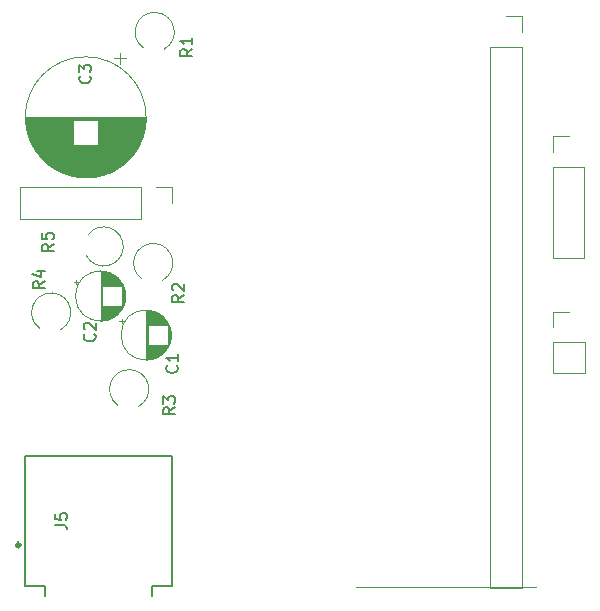
<source format=gbr>
%TF.GenerationSoftware,KiCad,Pcbnew,(6.0.5)*%
%TF.CreationDate,2022-05-27T17:05:52+02:00*%
%TF.ProjectId,ESP32Webradio_3,45535033-3257-4656-9272-6164696f5f33,rev?*%
%TF.SameCoordinates,Original*%
%TF.FileFunction,Legend,Top*%
%TF.FilePolarity,Positive*%
%FSLAX46Y46*%
G04 Gerber Fmt 4.6, Leading zero omitted, Abs format (unit mm)*
G04 Created by KiCad (PCBNEW (6.0.5)) date 2022-05-27 17:05:52*
%MOMM*%
%LPD*%
G01*
G04 APERTURE LIST*
%ADD10C,0.150000*%
%ADD11C,0.120000*%
%ADD12C,0.127000*%
%ADD13C,0.340000*%
G04 APERTURE END LIST*
D10*
%TO.C,R5*%
X89352380Y-86653666D02*
X88876190Y-86987000D01*
X89352380Y-87225095D02*
X88352380Y-87225095D01*
X88352380Y-86844142D01*
X88400000Y-86748904D01*
X88447619Y-86701285D01*
X88542857Y-86653666D01*
X88685714Y-86653666D01*
X88780952Y-86701285D01*
X88828571Y-86748904D01*
X88876190Y-86844142D01*
X88876190Y-87225095D01*
X88352380Y-85748904D02*
X88352380Y-86225095D01*
X88828571Y-86272714D01*
X88780952Y-86225095D01*
X88733333Y-86129857D01*
X88733333Y-85891761D01*
X88780952Y-85796523D01*
X88828571Y-85748904D01*
X88923809Y-85701285D01*
X89161904Y-85701285D01*
X89257142Y-85748904D01*
X89304761Y-85796523D01*
X89352380Y-85891761D01*
X89352380Y-86129857D01*
X89304761Y-86225095D01*
X89257142Y-86272714D01*
%TO.C,R2*%
X100401380Y-90971666D02*
X99925190Y-91305000D01*
X100401380Y-91543095D02*
X99401380Y-91543095D01*
X99401380Y-91162142D01*
X99449000Y-91066904D01*
X99496619Y-91019285D01*
X99591857Y-90971666D01*
X99734714Y-90971666D01*
X99829952Y-91019285D01*
X99877571Y-91066904D01*
X99925190Y-91162142D01*
X99925190Y-91543095D01*
X99496619Y-90590714D02*
X99449000Y-90543095D01*
X99401380Y-90447857D01*
X99401380Y-90209761D01*
X99449000Y-90114523D01*
X99496619Y-90066904D01*
X99591857Y-90019285D01*
X99687095Y-90019285D01*
X99829952Y-90066904D01*
X100401380Y-90638333D01*
X100401380Y-90019285D01*
%TO.C,R3*%
X99639380Y-100496666D02*
X99163190Y-100830000D01*
X99639380Y-101068095D02*
X98639380Y-101068095D01*
X98639380Y-100687142D01*
X98687000Y-100591904D01*
X98734619Y-100544285D01*
X98829857Y-100496666D01*
X98972714Y-100496666D01*
X99067952Y-100544285D01*
X99115571Y-100591904D01*
X99163190Y-100687142D01*
X99163190Y-101068095D01*
X98639380Y-100163333D02*
X98639380Y-99544285D01*
X99020333Y-99877619D01*
X99020333Y-99734761D01*
X99067952Y-99639523D01*
X99115571Y-99591904D01*
X99210809Y-99544285D01*
X99448904Y-99544285D01*
X99544142Y-99591904D01*
X99591761Y-99639523D01*
X99639380Y-99734761D01*
X99639380Y-100020476D01*
X99591761Y-100115714D01*
X99544142Y-100163333D01*
%TO.C,R1*%
X101089380Y-70143666D02*
X100613190Y-70477000D01*
X101089380Y-70715095D02*
X100089380Y-70715095D01*
X100089380Y-70334142D01*
X100137000Y-70238904D01*
X100184619Y-70191285D01*
X100279857Y-70143666D01*
X100422714Y-70143666D01*
X100517952Y-70191285D01*
X100565571Y-70238904D01*
X100613190Y-70334142D01*
X100613190Y-70715095D01*
X101089380Y-69191285D02*
X101089380Y-69762714D01*
X101089380Y-69477000D02*
X100089380Y-69477000D01*
X100232238Y-69572238D01*
X100327476Y-69667476D01*
X100375095Y-69762714D01*
%TO.C,C2*%
X92813142Y-94273666D02*
X92860761Y-94321285D01*
X92908380Y-94464142D01*
X92908380Y-94559380D01*
X92860761Y-94702238D01*
X92765523Y-94797476D01*
X92670285Y-94845095D01*
X92479809Y-94892714D01*
X92336952Y-94892714D01*
X92146476Y-94845095D01*
X92051238Y-94797476D01*
X91956000Y-94702238D01*
X91908380Y-94559380D01*
X91908380Y-94464142D01*
X91956000Y-94321285D01*
X92003619Y-94273666D01*
X92003619Y-93892714D02*
X91956000Y-93845095D01*
X91908380Y-93749857D01*
X91908380Y-93511761D01*
X91956000Y-93416523D01*
X92003619Y-93368904D01*
X92098857Y-93321285D01*
X92194095Y-93321285D01*
X92336952Y-93368904D01*
X92908380Y-93940333D01*
X92908380Y-93321285D01*
%TO.C,C1*%
X99798142Y-96940666D02*
X99845761Y-96988285D01*
X99893380Y-97131142D01*
X99893380Y-97226380D01*
X99845761Y-97369238D01*
X99750523Y-97464476D01*
X99655285Y-97512095D01*
X99464809Y-97559714D01*
X99321952Y-97559714D01*
X99131476Y-97512095D01*
X99036238Y-97464476D01*
X98941000Y-97369238D01*
X98893380Y-97226380D01*
X98893380Y-97131142D01*
X98941000Y-96988285D01*
X98988619Y-96940666D01*
X99893380Y-95988285D02*
X99893380Y-96559714D01*
X99893380Y-96274000D02*
X98893380Y-96274000D01*
X99036238Y-96369238D01*
X99131476Y-96464476D01*
X99179095Y-96559714D01*
%TO.C,C3*%
X92432142Y-72429666D02*
X92479761Y-72477285D01*
X92527380Y-72620142D01*
X92527380Y-72715380D01*
X92479761Y-72858238D01*
X92384523Y-72953476D01*
X92289285Y-73001095D01*
X92098809Y-73048714D01*
X91955952Y-73048714D01*
X91765476Y-73001095D01*
X91670238Y-72953476D01*
X91575000Y-72858238D01*
X91527380Y-72715380D01*
X91527380Y-72620142D01*
X91575000Y-72477285D01*
X91622619Y-72429666D01*
X91527380Y-72096333D02*
X91527380Y-71477285D01*
X91908333Y-71810619D01*
X91908333Y-71667761D01*
X91955952Y-71572523D01*
X92003571Y-71524904D01*
X92098809Y-71477285D01*
X92336904Y-71477285D01*
X92432142Y-71524904D01*
X92479761Y-71572523D01*
X92527380Y-71667761D01*
X92527380Y-71953476D01*
X92479761Y-72048714D01*
X92432142Y-72096333D01*
%TO.C,R4*%
X88590380Y-89828666D02*
X88114190Y-90162000D01*
X88590380Y-90400095D02*
X87590380Y-90400095D01*
X87590380Y-90019142D01*
X87638000Y-89923904D01*
X87685619Y-89876285D01*
X87780857Y-89828666D01*
X87923714Y-89828666D01*
X88018952Y-89876285D01*
X88066571Y-89923904D01*
X88114190Y-90019142D01*
X88114190Y-90400095D01*
X87923714Y-88971523D02*
X88590380Y-88971523D01*
X87542761Y-89209619D02*
X88257047Y-89447714D01*
X88257047Y-88828666D01*
%TO.C,J5*%
X89495171Y-110442466D02*
X90209744Y-110442466D01*
X90352659Y-110490104D01*
X90447935Y-110585380D01*
X90495573Y-110728295D01*
X90495573Y-110823571D01*
X89495171Y-109489702D02*
X89495171Y-109966084D01*
X89971553Y-110013722D01*
X89923915Y-109966084D01*
X89876277Y-109870808D01*
X89876277Y-109632617D01*
X89923915Y-109537340D01*
X89971553Y-109489702D01*
X90066830Y-109442064D01*
X90305021Y-109442064D01*
X90400297Y-109489702D01*
X90447935Y-109537340D01*
X90495573Y-109632617D01*
X90495573Y-109870808D01*
X90447935Y-109966084D01*
X90400297Y-110013722D01*
D11*
%TO.C,J1*%
X131669988Y-97596000D02*
X134329988Y-97596000D01*
X131669988Y-92396000D02*
X132999988Y-92396000D01*
X131669988Y-93726000D02*
X131669988Y-92396000D01*
X134329988Y-94996000D02*
X134329988Y-97596000D01*
X131669988Y-94996000D02*
X134329988Y-94996000D01*
X131669988Y-94996000D02*
X131669988Y-97596000D01*
%TO.C,R5*%
X92145728Y-87668000D02*
G75*
G03*
X92254225Y-85896620I1453272J800000D01*
G01*
%TO.C,R2*%
X98590000Y-89718272D02*
G75*
G03*
X96818620Y-89609775I-800000J1453272D01*
G01*
%TO.C,U1*%
X126326006Y-69961506D02*
X128986006Y-69961506D01*
X127656006Y-67361506D02*
X128986006Y-67361506D01*
X128986006Y-67361506D02*
X128986006Y-68691506D01*
X130196006Y-115681506D02*
X114956006Y-115681506D01*
X126326006Y-69961506D02*
X126326006Y-115741506D01*
X126326006Y-115741506D02*
X128986006Y-115741506D01*
X128986006Y-69961506D02*
X128986006Y-115741506D01*
%TO.C,R3*%
X96558000Y-100405272D02*
G75*
G03*
X94786620Y-100296775I-800000J1453272D01*
G01*
%TO.C,R1*%
X98717000Y-70160272D02*
G75*
G03*
X96945620Y-70051775I-800000J1453272D01*
G01*
%TO.C,C2*%
X94330000Y-91899000D02*
X94330000Y-92889000D01*
X94210000Y-91899000D02*
X94210000Y-92948000D01*
X94850000Y-89621000D02*
X94850000Y-90219000D01*
X93329000Y-88979000D02*
X93329000Y-93139000D01*
X94970000Y-89755000D02*
X94970000Y-90219000D01*
X94330000Y-89229000D02*
X94330000Y-90219000D01*
X95090000Y-89917000D02*
X95090000Y-90219000D01*
X93809000Y-89034000D02*
X93809000Y-90219000D01*
X94810000Y-91899000D02*
X94810000Y-92537000D01*
X93689000Y-89009000D02*
X93689000Y-90219000D01*
X94370000Y-91899000D02*
X94370000Y-92867000D01*
X94009000Y-91899000D02*
X94009000Y-93027000D01*
X94930000Y-89708000D02*
X94930000Y-90219000D01*
X91059199Y-89864000D02*
X91459199Y-89864000D01*
X95090000Y-91899000D02*
X95090000Y-92201000D01*
X93729000Y-91899000D02*
X93729000Y-93101000D01*
X93849000Y-89043000D02*
X93849000Y-90219000D01*
X94050000Y-89105000D02*
X94050000Y-90219000D01*
X94170000Y-91899000D02*
X94170000Y-92966000D01*
X94530000Y-89351000D02*
X94530000Y-90219000D01*
X93809000Y-91899000D02*
X93809000Y-93084000D01*
X93649000Y-91899000D02*
X93649000Y-93115000D01*
X95050000Y-89859000D02*
X95050000Y-90219000D01*
X95130000Y-89979000D02*
X95130000Y-90219000D01*
X93969000Y-89077000D02*
X93969000Y-90219000D01*
X94810000Y-89581000D02*
X94810000Y-90219000D01*
X93729000Y-89017000D02*
X93729000Y-90219000D01*
X93969000Y-91899000D02*
X93969000Y-93041000D01*
X94530000Y-91899000D02*
X94530000Y-92767000D01*
X93689000Y-91899000D02*
X93689000Y-93109000D01*
X91259199Y-89664000D02*
X91259199Y-90064000D01*
X93569000Y-88992000D02*
X93569000Y-90219000D01*
X94210000Y-89170000D02*
X94210000Y-90219000D01*
X94009000Y-89091000D02*
X94009000Y-90219000D01*
X94290000Y-91899000D02*
X94290000Y-92910000D01*
X93889000Y-91899000D02*
X93889000Y-93064000D01*
X93529000Y-88988000D02*
X93529000Y-90219000D01*
X95370000Y-90522000D02*
X95370000Y-91596000D01*
X95330000Y-90395000D02*
X95330000Y-91723000D01*
X93609000Y-88997000D02*
X93609000Y-90219000D01*
X94090000Y-91899000D02*
X94090000Y-92999000D01*
X94850000Y-91899000D02*
X94850000Y-92497000D01*
X93929000Y-91899000D02*
X93929000Y-93053000D01*
X94250000Y-89189000D02*
X94250000Y-90219000D01*
X95410000Y-90689000D02*
X95410000Y-91429000D01*
X94370000Y-89251000D02*
X94370000Y-90219000D01*
X94250000Y-91899000D02*
X94250000Y-92929000D01*
X93929000Y-89065000D02*
X93929000Y-90219000D01*
X94970000Y-91899000D02*
X94970000Y-92363000D01*
X93609000Y-91899000D02*
X93609000Y-93121000D01*
X93849000Y-91899000D02*
X93849000Y-93075000D01*
X93449000Y-88982000D02*
X93449000Y-93136000D01*
X93769000Y-89025000D02*
X93769000Y-90219000D01*
X93409000Y-88980000D02*
X93409000Y-93138000D01*
X93889000Y-89054000D02*
X93889000Y-90219000D01*
X94650000Y-89440000D02*
X94650000Y-90219000D01*
X94130000Y-89135000D02*
X94130000Y-90219000D01*
X94410000Y-89274000D02*
X94410000Y-90219000D01*
X93489000Y-88985000D02*
X93489000Y-93133000D01*
X94690000Y-89472000D02*
X94690000Y-90219000D01*
X94570000Y-89379000D02*
X94570000Y-90219000D01*
X94610000Y-89409000D02*
X94610000Y-90219000D01*
X95010000Y-91899000D02*
X95010000Y-92313000D01*
X94650000Y-91899000D02*
X94650000Y-92678000D01*
X95290000Y-90291000D02*
X95290000Y-91827000D01*
X93529000Y-91899000D02*
X93529000Y-93130000D01*
X94770000Y-91899000D02*
X94770000Y-92575000D01*
X94570000Y-91899000D02*
X94570000Y-92739000D01*
X94610000Y-91899000D02*
X94610000Y-92709000D01*
X94490000Y-91899000D02*
X94490000Y-92794000D01*
X94170000Y-89152000D02*
X94170000Y-90219000D01*
X94890000Y-89663000D02*
X94890000Y-90219000D01*
X94090000Y-89119000D02*
X94090000Y-90219000D01*
X95050000Y-91899000D02*
X95050000Y-92259000D01*
X94290000Y-89208000D02*
X94290000Y-90219000D01*
X94450000Y-91899000D02*
X94450000Y-92819000D01*
X95210000Y-90119000D02*
X95210000Y-91999000D01*
X94730000Y-91899000D02*
X94730000Y-92611000D01*
X95170000Y-90046000D02*
X95170000Y-92072000D01*
X94770000Y-89543000D02*
X94770000Y-90219000D01*
X94410000Y-91899000D02*
X94410000Y-92844000D01*
X94490000Y-89324000D02*
X94490000Y-90219000D01*
X93769000Y-91899000D02*
X93769000Y-93093000D01*
X94450000Y-89299000D02*
X94450000Y-90219000D01*
X93569000Y-91899000D02*
X93569000Y-93126000D01*
X93369000Y-88979000D02*
X93369000Y-93139000D01*
X94130000Y-91899000D02*
X94130000Y-92983000D01*
X94890000Y-91899000D02*
X94890000Y-92455000D01*
X95130000Y-91899000D02*
X95130000Y-92139000D01*
X95250000Y-90200000D02*
X95250000Y-91918000D01*
X94690000Y-91899000D02*
X94690000Y-92646000D01*
X94050000Y-91899000D02*
X94050000Y-93013000D01*
X94730000Y-89507000D02*
X94730000Y-90219000D01*
X93649000Y-89003000D02*
X93649000Y-90219000D01*
X94930000Y-91899000D02*
X94930000Y-92410000D01*
X95010000Y-89805000D02*
X95010000Y-90219000D01*
X95449000Y-91059000D02*
G75*
G03*
X95449000Y-91059000I-2120000J0D01*
G01*
%TO.C,C1*%
X98183401Y-92531000D02*
X98183401Y-93521000D01*
X98943401Y-95201000D02*
X98943401Y-95503000D01*
X98063401Y-92472000D02*
X98063401Y-93521000D01*
X98903401Y-95201000D02*
X98903401Y-95561000D01*
X98023401Y-92454000D02*
X98023401Y-93521000D01*
X99143401Y-93593000D02*
X99143401Y-95129000D01*
X97622401Y-92327000D02*
X97622401Y-93521000D01*
X99103401Y-93502000D02*
X99103401Y-95220000D01*
X99223401Y-93824000D02*
X99223401Y-94898000D01*
X98863401Y-93107000D02*
X98863401Y-93521000D01*
X97342401Y-92287000D02*
X97342401Y-96435000D01*
X98263401Y-95201000D02*
X98263401Y-96146000D01*
X97662401Y-92336000D02*
X97662401Y-93521000D01*
X98983401Y-93281000D02*
X98983401Y-93521000D01*
X97222401Y-92281000D02*
X97222401Y-96441000D01*
X99263401Y-93991000D02*
X99263401Y-94731000D01*
X98023401Y-95201000D02*
X98023401Y-96268000D01*
X98823401Y-93057000D02*
X98823401Y-93521000D01*
X98423401Y-95201000D02*
X98423401Y-96041000D01*
X97702401Y-92345000D02*
X97702401Y-93521000D01*
X98903401Y-93161000D02*
X98903401Y-93521000D01*
X97862401Y-95201000D02*
X97862401Y-96329000D01*
X97262401Y-92282000D02*
X97262401Y-96440000D01*
X97502401Y-95201000D02*
X97502401Y-96417000D01*
X97582401Y-92319000D02*
X97582401Y-93521000D01*
X98503401Y-95201000D02*
X98503401Y-95980000D01*
X98703401Y-92923000D02*
X98703401Y-93521000D01*
X98223401Y-95201000D02*
X98223401Y-96169000D01*
X98063401Y-95201000D02*
X98063401Y-96250000D01*
X99063401Y-93421000D02*
X99063401Y-95301000D01*
X97382401Y-92290000D02*
X97382401Y-93521000D01*
X97822401Y-95201000D02*
X97822401Y-96343000D01*
X98543401Y-95201000D02*
X98543401Y-95948000D01*
X98223401Y-92553000D02*
X98223401Y-93521000D01*
X98943401Y-93219000D02*
X98943401Y-93521000D01*
X97903401Y-95201000D02*
X97903401Y-96315000D01*
X98983401Y-95201000D02*
X98983401Y-95441000D01*
X98783401Y-93010000D02*
X98783401Y-93521000D01*
X98783401Y-95201000D02*
X98783401Y-95712000D01*
X98863401Y-95201000D02*
X98863401Y-95615000D01*
X97742401Y-95201000D02*
X97742401Y-96366000D01*
X97662401Y-95201000D02*
X97662401Y-96386000D01*
X98303401Y-92601000D02*
X98303401Y-93521000D01*
X95112600Y-92966000D02*
X95112600Y-93366000D01*
X97903401Y-92407000D02*
X97903401Y-93521000D01*
X97502401Y-92305000D02*
X97502401Y-93521000D01*
X98423401Y-92681000D02*
X98423401Y-93521000D01*
X98663401Y-95201000D02*
X98663401Y-95839000D01*
X98103401Y-92491000D02*
X98103401Y-93521000D01*
X98263401Y-92576000D02*
X98263401Y-93521000D01*
X99183401Y-93697000D02*
X99183401Y-95025000D01*
X97622401Y-95201000D02*
X97622401Y-96395000D01*
X94912600Y-93166000D02*
X95312600Y-93166000D01*
X98103401Y-95201000D02*
X98103401Y-96231000D01*
X97822401Y-92379000D02*
X97822401Y-93521000D01*
X98823401Y-95201000D02*
X98823401Y-95665000D01*
X97702401Y-95201000D02*
X97702401Y-96377000D01*
X97582401Y-95201000D02*
X97582401Y-96403000D01*
X97983401Y-95201000D02*
X97983401Y-96285000D01*
X97422401Y-95201000D02*
X97422401Y-96428000D01*
X97182401Y-92281000D02*
X97182401Y-96441000D01*
X98143401Y-92510000D02*
X98143401Y-93521000D01*
X98463401Y-92711000D02*
X98463401Y-93521000D01*
X98703401Y-95201000D02*
X98703401Y-95799000D01*
X97782401Y-95201000D02*
X97782401Y-96355000D01*
X98303401Y-95201000D02*
X98303401Y-96121000D01*
X98623401Y-95201000D02*
X98623401Y-95877000D01*
X98503401Y-92742000D02*
X98503401Y-93521000D01*
X98663401Y-92883000D02*
X98663401Y-93521000D01*
X97462401Y-95201000D02*
X97462401Y-96423000D01*
X98743401Y-95201000D02*
X98743401Y-95757000D01*
X97462401Y-92299000D02*
X97462401Y-93521000D01*
X97542401Y-92311000D02*
X97542401Y-93521000D01*
X98183401Y-95201000D02*
X98183401Y-96191000D01*
X98343401Y-95201000D02*
X98343401Y-96096000D01*
X97983401Y-92437000D02*
X97983401Y-93521000D01*
X97943401Y-92421000D02*
X97943401Y-93521000D01*
X98383401Y-95201000D02*
X98383401Y-96069000D01*
X98343401Y-92626000D02*
X98343401Y-93521000D01*
X98143401Y-95201000D02*
X98143401Y-96212000D01*
X97542401Y-95201000D02*
X97542401Y-96411000D01*
X97302401Y-92284000D02*
X97302401Y-96438000D01*
X97422401Y-92294000D02*
X97422401Y-93521000D01*
X97382401Y-95201000D02*
X97382401Y-96432000D01*
X98583401Y-92809000D02*
X98583401Y-93521000D01*
X98583401Y-95201000D02*
X98583401Y-95913000D01*
X97862401Y-92393000D02*
X97862401Y-93521000D01*
X98543401Y-92774000D02*
X98543401Y-93521000D01*
X97742401Y-92356000D02*
X97742401Y-93521000D01*
X97943401Y-95201000D02*
X97943401Y-96301000D01*
X98743401Y-92965000D02*
X98743401Y-93521000D01*
X97782401Y-92367000D02*
X97782401Y-93521000D01*
X99023401Y-93348000D02*
X99023401Y-95374000D01*
X98623401Y-92845000D02*
X98623401Y-93521000D01*
X98383401Y-92653000D02*
X98383401Y-93521000D01*
X98463401Y-95201000D02*
X98463401Y-96011000D01*
X99302401Y-94361000D02*
G75*
G03*
X99302401Y-94361000I-2120000J0D01*
G01*
%TO.C,J3*%
X131639000Y-77537000D02*
X132969000Y-77537000D01*
X131639000Y-87817000D02*
X134299000Y-87817000D01*
X131639000Y-78867000D02*
X131639000Y-77537000D01*
X131639000Y-80137000D02*
X134299000Y-80137000D01*
X131639000Y-80137000D02*
X131639000Y-87817000D01*
X134299000Y-80137000D02*
X134299000Y-87817000D01*
%TO.C,C3*%
X91035000Y-77127000D02*
X87137000Y-77127000D01*
X91035000Y-77527000D02*
X87251000Y-77527000D01*
X93817000Y-80727000D02*
X90333000Y-80727000D01*
X97153000Y-76086000D02*
X86997000Y-76086000D01*
X91035000Y-76807000D02*
X87071000Y-76807000D01*
X94112000Y-80607000D02*
X90038000Y-80607000D01*
X97120000Y-76526000D02*
X93115000Y-76526000D01*
X91035000Y-77367000D02*
X87201000Y-77367000D01*
X91035000Y-76847000D02*
X87078000Y-76847000D01*
X93585000Y-80807000D02*
X90565000Y-80807000D01*
X96678000Y-78087000D02*
X93115000Y-78087000D01*
X96296000Y-78767000D02*
X87854000Y-78767000D01*
X97110000Y-76606000D02*
X93115000Y-76606000D01*
X95075000Y-80047000D02*
X89075000Y-80047000D01*
X97003000Y-77167000D02*
X93115000Y-77167000D01*
X91035000Y-76326000D02*
X87010000Y-76326000D01*
X97129000Y-76446000D02*
X93115000Y-76446000D01*
X91035000Y-78047000D02*
X87454000Y-78047000D01*
X96470000Y-78487000D02*
X87680000Y-78487000D01*
X91035000Y-76406000D02*
X87017000Y-76406000D01*
X94784000Y-80247000D02*
X89366000Y-80247000D01*
X92674000Y-81007000D02*
X91476000Y-81007000D01*
X96032000Y-79127000D02*
X88118000Y-79127000D01*
X96348000Y-78687000D02*
X87802000Y-78687000D01*
X91035000Y-77167000D02*
X87147000Y-77167000D01*
X94964000Y-80127000D02*
X89186000Y-80127000D01*
X91035000Y-77767000D02*
X87337000Y-77767000D01*
X96949000Y-77367000D02*
X93115000Y-77367000D01*
X96095000Y-79047000D02*
X88055000Y-79047000D01*
X96422000Y-78567000D02*
X87728000Y-78567000D01*
X96960000Y-77327000D02*
X93115000Y-77327000D01*
X96373000Y-78647000D02*
X87777000Y-78647000D01*
X91035000Y-77647000D02*
X87292000Y-77647000D01*
X91035000Y-77207000D02*
X87157000Y-77207000D01*
X97022000Y-77087000D02*
X93115000Y-77087000D01*
X91035000Y-77687000D02*
X87307000Y-77687000D01*
X91035000Y-77807000D02*
X87352000Y-77807000D01*
X94284000Y-80527000D02*
X89866000Y-80527000D01*
X94845000Y-80207000D02*
X89305000Y-80207000D01*
X96125000Y-79007000D02*
X88025000Y-79007000D01*
X96843000Y-77687000D02*
X93115000Y-77687000D01*
X91035000Y-76647000D02*
X87045000Y-76647000D01*
X95676000Y-79527000D02*
X88474000Y-79527000D01*
X95595000Y-79607000D02*
X88555000Y-79607000D01*
X91035000Y-78087000D02*
X87472000Y-78087000D01*
X97145000Y-76246000D02*
X93115000Y-76246000D01*
X97057000Y-76927000D02*
X93115000Y-76927000D01*
X96993000Y-77207000D02*
X93115000Y-77207000D01*
X94905000Y-80167000D02*
X89245000Y-80167000D01*
X96558000Y-78327000D02*
X87592000Y-78327000D01*
X91035000Y-76446000D02*
X87021000Y-76446000D01*
X91035000Y-76166000D02*
X87000000Y-76166000D01*
X95467000Y-79727000D02*
X88683000Y-79727000D01*
X96912000Y-77487000D02*
X93115000Y-77487000D01*
X97154000Y-76046000D02*
X86996000Y-76046000D01*
X97086000Y-76767000D02*
X93115000Y-76767000D01*
X97125000Y-76486000D02*
X93115000Y-76486000D01*
X93921000Y-80687000D02*
X90229000Y-80687000D01*
X96937000Y-77407000D02*
X93115000Y-77407000D01*
X91035000Y-77847000D02*
X87368000Y-77847000D01*
X96322000Y-78727000D02*
X87828000Y-78727000D01*
X91035000Y-76566000D02*
X87035000Y-76566000D01*
X91035000Y-77047000D02*
X87119000Y-77047000D01*
X97065000Y-76887000D02*
X93115000Y-76887000D01*
X97115000Y-76566000D02*
X93115000Y-76566000D01*
X91035000Y-76887000D02*
X87085000Y-76887000D01*
X97137000Y-76366000D02*
X93115000Y-76366000D01*
X97148000Y-76206000D02*
X93115000Y-76206000D01*
X96858000Y-77647000D02*
X93115000Y-77647000D01*
X91035000Y-76486000D02*
X87025000Y-76486000D01*
X91035000Y-77727000D02*
X87321000Y-77727000D01*
X95553000Y-79647000D02*
X88597000Y-79647000D01*
X94200000Y-80567000D02*
X89950000Y-80567000D01*
X91035000Y-76927000D02*
X87093000Y-76927000D01*
X96639000Y-78167000D02*
X93115000Y-78167000D01*
X91035000Y-77247000D02*
X87168000Y-77247000D01*
X95754000Y-79447000D02*
X88396000Y-79447000D01*
X97150000Y-76166000D02*
X93115000Y-76166000D01*
X91035000Y-76366000D02*
X87013000Y-76366000D01*
X96620000Y-78207000D02*
X93115000Y-78207000D01*
X95791000Y-79407000D02*
X88359000Y-79407000D01*
X91035000Y-77487000D02*
X87238000Y-77487000D01*
X93137000Y-80927000D02*
X91013000Y-80927000D01*
X96872000Y-77607000D02*
X93115000Y-77607000D01*
X96579000Y-78287000D02*
X87571000Y-78287000D01*
X95450000Y-70946354D02*
X94450000Y-70946354D01*
X95933000Y-79247000D02*
X88217000Y-79247000D01*
X95828000Y-79367000D02*
X88322000Y-79367000D01*
X97155000Y-76006000D02*
X86995000Y-76006000D01*
X94654000Y-80327000D02*
X89496000Y-80327000D01*
X91035000Y-76767000D02*
X87064000Y-76767000D01*
X91035000Y-77927000D02*
X87401000Y-77927000D01*
X91035000Y-76206000D02*
X87002000Y-76206000D01*
X94440000Y-80447000D02*
X89710000Y-80447000D01*
X95864000Y-79327000D02*
X88286000Y-79327000D01*
X96185000Y-78927000D02*
X87965000Y-78927000D01*
X96982000Y-77247000D02*
X93115000Y-77247000D01*
X96925000Y-77447000D02*
X93115000Y-77447000D01*
X96782000Y-77847000D02*
X93115000Y-77847000D01*
X96600000Y-78247000D02*
X87550000Y-78247000D01*
X97013000Y-77127000D02*
X93115000Y-77127000D01*
X95329000Y-79847000D02*
X88821000Y-79847000D01*
X95715000Y-79487000D02*
X88435000Y-79487000D01*
X97079000Y-76807000D02*
X93115000Y-76807000D01*
X91035000Y-77967000D02*
X87418000Y-77967000D01*
X95181000Y-79967000D02*
X88969000Y-79967000D01*
X97155000Y-75926000D02*
X86995000Y-75926000D01*
X96696000Y-78047000D02*
X93115000Y-78047000D01*
X91035000Y-76967000D02*
X87101000Y-76967000D01*
X95511000Y-79687000D02*
X88639000Y-79687000D01*
X96492000Y-78447000D02*
X87658000Y-78447000D01*
X91035000Y-76246000D02*
X87005000Y-76246000D01*
X96659000Y-78127000D02*
X93115000Y-78127000D01*
X96765000Y-77887000D02*
X93115000Y-77887000D01*
X97133000Y-76406000D02*
X93115000Y-76406000D01*
X93453000Y-80847000D02*
X90697000Y-80847000D01*
X94364000Y-80487000D02*
X89786000Y-80487000D01*
X97031000Y-77047000D02*
X93115000Y-77047000D01*
X95376000Y-79807000D02*
X88774000Y-79807000D01*
X91035000Y-77087000D02*
X87128000Y-77087000D01*
X95281000Y-79887000D02*
X88869000Y-79887000D01*
X91035000Y-76526000D02*
X87030000Y-76526000D01*
X96064000Y-79087000D02*
X88086000Y-79087000D01*
X97152000Y-76126000D02*
X86998000Y-76126000D01*
X91035000Y-77567000D02*
X87264000Y-77567000D01*
X96398000Y-78607000D02*
X87752000Y-78607000D01*
X97099000Y-76687000D02*
X93115000Y-76687000D01*
X91035000Y-76286000D02*
X87007000Y-76286000D01*
X97155000Y-75966000D02*
X86995000Y-75966000D01*
X96000000Y-79167000D02*
X88150000Y-79167000D01*
X96537000Y-78367000D02*
X87613000Y-78367000D01*
X91035000Y-76687000D02*
X87051000Y-76687000D01*
X94585000Y-80367000D02*
X89565000Y-80367000D01*
X96213000Y-78887000D02*
X87937000Y-78887000D01*
X95636000Y-79567000D02*
X88514000Y-79567000D01*
X96749000Y-77927000D02*
X93115000Y-77927000D01*
X91035000Y-77447000D02*
X87225000Y-77447000D01*
X97040000Y-77007000D02*
X93115000Y-77007000D01*
X95899000Y-79287000D02*
X88251000Y-79287000D01*
X94019000Y-80647000D02*
X90131000Y-80647000D01*
X97143000Y-76286000D02*
X93115000Y-76286000D01*
X91035000Y-77407000D02*
X87213000Y-77407000D01*
X96269000Y-78807000D02*
X87881000Y-78807000D01*
X91035000Y-77007000D02*
X87110000Y-77007000D01*
X91035000Y-77287000D02*
X87178000Y-77287000D01*
X93705000Y-80767000D02*
X90445000Y-80767000D01*
X97072000Y-76847000D02*
X93115000Y-76847000D01*
X94514000Y-80407000D02*
X89636000Y-80407000D01*
X96714000Y-78007000D02*
X93115000Y-78007000D01*
X95422000Y-79767000D02*
X88728000Y-79767000D01*
X91035000Y-77887000D02*
X87385000Y-77887000D01*
X94720000Y-80287000D02*
X89430000Y-80287000D01*
X91035000Y-78007000D02*
X87436000Y-78007000D01*
X96829000Y-77727000D02*
X93115000Y-77727000D01*
X91035000Y-76727000D02*
X87057000Y-76727000D01*
X97140000Y-76326000D02*
X93115000Y-76326000D01*
X95129000Y-80007000D02*
X89021000Y-80007000D01*
X95231000Y-79927000D02*
X88919000Y-79927000D01*
X91035000Y-78207000D02*
X87530000Y-78207000D01*
X91035000Y-76606000D02*
X87040000Y-76606000D01*
X91035000Y-77607000D02*
X87278000Y-77607000D01*
X96732000Y-77967000D02*
X93115000Y-77967000D01*
X92937000Y-80967000D02*
X91213000Y-80967000D01*
X96798000Y-77807000D02*
X93115000Y-77807000D01*
X96241000Y-78847000D02*
X87909000Y-78847000D01*
X93305000Y-80887000D02*
X90845000Y-80887000D01*
X97049000Y-76967000D02*
X93115000Y-76967000D01*
X94950000Y-70446354D02*
X94950000Y-71446354D01*
X96446000Y-78527000D02*
X87704000Y-78527000D01*
X96899000Y-77527000D02*
X93115000Y-77527000D01*
X95967000Y-79207000D02*
X88183000Y-79207000D01*
X96972000Y-77287000D02*
X93115000Y-77287000D01*
X97093000Y-76727000D02*
X93115000Y-76727000D01*
X96886000Y-77567000D02*
X93115000Y-77567000D01*
X91035000Y-78167000D02*
X87511000Y-78167000D01*
X96813000Y-77767000D02*
X93115000Y-77767000D01*
X96515000Y-78407000D02*
X87635000Y-78407000D01*
X96155000Y-78967000D02*
X87995000Y-78967000D01*
X91035000Y-78127000D02*
X87491000Y-78127000D01*
X91035000Y-77327000D02*
X87190000Y-77327000D01*
X95020000Y-80087000D02*
X89130000Y-80087000D01*
X97105000Y-76647000D02*
X93115000Y-76647000D01*
X97195000Y-75926000D02*
G75*
G03*
X97195000Y-75926000I-5120000J0D01*
G01*
%TO.C,R4*%
X89954000Y-93909272D02*
G75*
G03*
X88182620Y-93800775I-800000J1453272D01*
G01*
D12*
%TO.C,J5*%
X86969511Y-104632999D02*
X99369511Y-104632999D01*
X99369511Y-104632999D02*
X99369511Y-115632999D01*
X97669511Y-115632999D02*
X97669511Y-116432999D01*
X88669511Y-115632999D02*
X88669511Y-116432999D01*
X86969511Y-115632999D02*
X88669511Y-115632999D01*
X86969511Y-104632999D02*
X86969511Y-115632999D01*
X97669511Y-115632999D02*
X99369511Y-115632999D01*
D13*
X86539511Y-112132999D02*
G75*
G03*
X86539511Y-112132999I-170000J0D01*
G01*
D11*
%TO.C,J2*%
X86548996Y-81855000D02*
X86548996Y-84515000D01*
X96768996Y-81855000D02*
X96768996Y-84515000D01*
X99368996Y-81855000D02*
X99368996Y-83185000D01*
X98038996Y-81855000D02*
X99368996Y-81855000D01*
X96768996Y-84515000D02*
X86548996Y-84515000D01*
X96768996Y-81855000D02*
X86548996Y-81855000D01*
%TD*%
M02*

</source>
